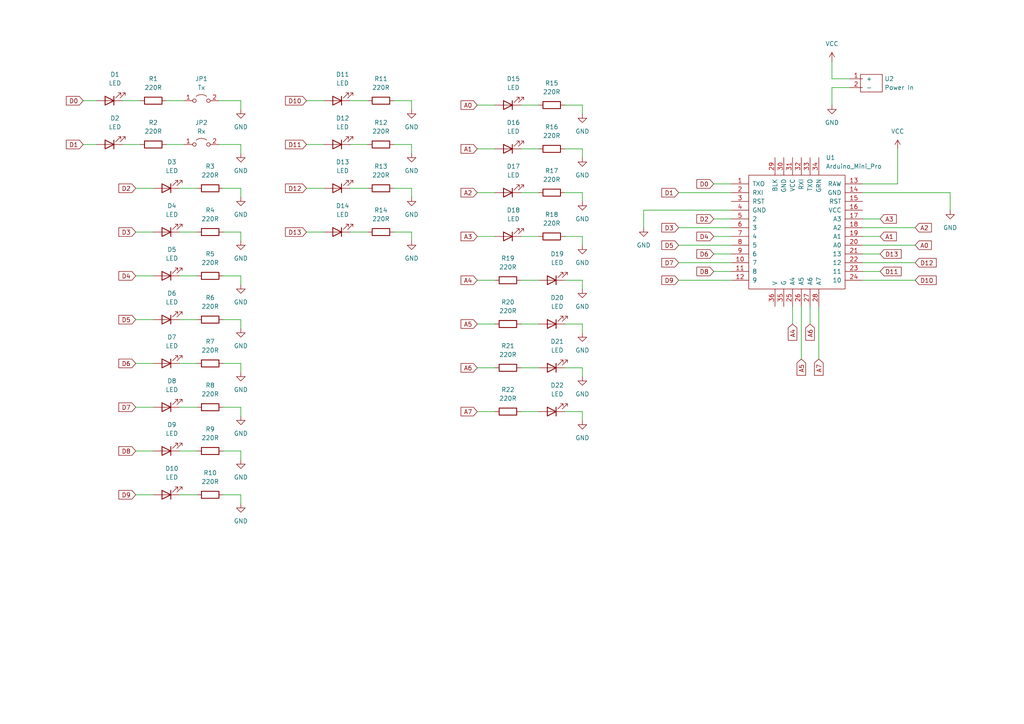
<source format=kicad_sch>
(kicad_sch (version 20211123) (generator eeschema)
  (paper "A4")
  (lib_symbols
    (symbol "Device:LED" (pin_numbers hide) (pin_names (offset 1.016) hide)
      (property "Reference" "D" (at 0 2.54 0))
      (property "Value" "LED" (at 0 -2.54 0))
      (symbol "LED_0_1"
        (polyline (pts (xy -1.27 -1.27) (xy -1.27 1.27)) (stroke (width 0.254)))
        (polyline (pts (xy -1.27 0) (xy 1.27 0)))
        (polyline (pts (xy 1.27 -1.27) (xy 1.27 1.27) (xy -1.27 0) (xy 1.27 -1.27)) (stroke (width 0.254)))
        (polyline (pts (xy -3.048 -0.762) (xy -4.572 -2.286) (xy -3.81 -2.286) (xy -4.572 -2.286) (xy -4.572 -1.524)))
        (polyline (pts (xy -1.778 -0.762) (xy -3.302 -2.286) (xy -2.54 -2.286) (xy -3.302 -2.286) (xy -3.302 -1.524)))
      )
      (symbol "LED_1_1"
        (pin passive line (at -3.81 0 0) (length 2.54) (name "K") (number "1"))
        (pin passive line (at 3.81 0 180) (length 2.54) (name "A") (number "2"))
      )
    )
    (symbol "Device:R" (pin_numbers hide) (pin_names (offset 0))
      (property "Reference" "R" (at 2.032 0 90))
      (property "Value" "R" (at 0 0 90))
      (symbol "R_0_1"
        (rectangle (start -1.016 -2.54) (end 1.016 2.54) (stroke (width 0.254)))
      )
      (symbol "R_1_1"
        (pin passive line (at 0 3.81 270) (length 1.27) (name "~") (number "1"))
        (pin passive line (at 0 -3.81 90) (length 1.27) (name "~") (number "2"))
      )
    )
    (symbol "Jumper:Jumper_2_Open" (pin_names (offset 0) hide)
      (property "Reference" "JP" (at 0 2.794 0))
      (property "Value" "Jumper_2_Open" (at 0 -2.286 0))
      (symbol "Jumper_2_Open_0_0"
        (circle (center -2.032 0) (radius 0.508))
        (circle (center 2.032 0) (radius 0.508))
      )
      (symbol "Jumper_2_Open_0_1"
        (arc (start 1.524 1.27) (mid 0 1.778) (end -1.524 1.27))
      )
      (symbol "Jumper_2_Open_1_1"
        (pin passive line (at -5.08 0 0) (length 2.54) (name "A") (number "1"))
        (pin passive line (at 5.08 0 180) (length 2.54) (name "B") (number "2"))
      )
    )
    (symbol "My_Arduino:Arduino_Mini_Pro" (pin_names (offset 1.016))
      (property "Reference" "U" (at 6.35 3.81 0))
      (property "Value" "Arduino_Mini_Pro" (at 1.27 7.62 0))
      (symbol "Arduino_Mini_Pro_0_1"
        (rectangle (start 5.08 2.54) (end 33.02 -30.48))
      )
      (symbol "Arduino_Mini_Pro_1_1"
        (pin output line (at 0 0 0) (length 5.08) (name "TXO") (number "1"))
        (pin bidirectional line (at 0 -22.86 0) (length 5.08) (name "7") (number "10"))
        (pin bidirectional line (at 0 -25.4 0) (length 5.08) (name "8") (number "11"))
        (pin bidirectional line (at 0 -27.94 0) (length 5.08) (name "9") (number "12"))
        (pin power_in line (at 38.1 0 180) (length 5.08) (name "RAW") (number "13"))
        (pin power_in line (at 38.1 -2.54 180) (length 5.08) (name "GND") (number "14"))
        (pin input line (at 38.1 -5.08 180) (length 5.08) (name "RST") (number "15"))
        (pin power_out line (at 38.1 -7.62 180) (length 5.08) (name "VCC") (number "16"))
        (pin bidirectional line (at 38.1 -10.16 180) (length 5.08) (name "A3") (number "17"))
        (pin bidirectional line (at 38.1 -12.7 180) (length 5.08) (name "A2") (number "18"))
        (pin bidirectional line (at 38.1 -15.24 180) (length 5.08) (name "A1") (number "19"))
        (pin input line (at 0 -2.54 0) (length 5.08) (name "RXI") (number "2"))
        (pin bidirectional line (at 38.1 -17.78 180) (length 5.08) (name "A0") (number "20"))
        (pin bidirectional line (at 38.1 -20.32 180) (length 5.08) (name "13") (number "21"))
        (pin bidirectional line (at 38.1 -22.86 180) (length 5.08) (name "12") (number "22"))
        (pin bidirectional line (at 38.1 -25.4 180) (length 5.08) (name "11") (number "23"))
        (pin bidirectional line (at 38.1 -27.94 180) (length 5.08) (name "10") (number "24"))
        (pin bidirectional line (at 17.78 -35.56 90) (length 5.08) (name "A4") (number "25"))
        (pin bidirectional line (at 20.32 -35.56 90) (length 5.08) (name "A5") (number "26"))
        (pin bidirectional line (at 22.86 -35.56 90) (length 5.08) (name "A6") (number "27"))
        (pin bidirectional line (at 25.4 -35.56 90) (length 5.08) (name "A7") (number "28"))
        (pin input line (at 12.7 7.62 270) (length 5.08) (name "BLK") (number "29"))
        (pin input line (at 0 -5.08 0) (length 5.08) (name "RST") (number "3"))
        (pin passive line (at 15.24 7.62 270) (length 5.08) (name "GND") (number "30"))
        (pin power_in line (at 17.78 7.62 270) (length 5.08) (name "VCC") (number "31"))
        (pin input line (at 20.32 7.62 270) (length 5.08) (name "RXI") (number "32"))
        (pin output line (at 22.86 7.62 270) (length 5.08) (name "TXO") (number "33"))
        (pin input line (at 25.4 7.62 270) (length 5.08) (name "GRN") (number "34"))
        (pin passive line (at 15.24 -35.56 90) (length 5.08) (name "G") (number "35"))
        (pin power_out line (at 12.7 -35.56 90) (length 5.08) (name "V") (number "36"))
        (pin passive line (at 0 -7.62 0) (length 5.08) (name "GND") (number "4"))
        (pin bidirectional line (at 0 -10.16 0) (length 5.08) (name "2") (number "5"))
        (pin bidirectional line (at 0 -12.7 0) (length 5.08) (name "3") (number "6"))
        (pin bidirectional line (at 0 -15.24 0) (length 5.08) (name "4") (number "7"))
        (pin bidirectional line (at 0 -17.78 0) (length 5.08) (name "5") (number "8"))
        (pin bidirectional line (at 0 -20.32 0) (length 5.08) (name "6") (number "9"))
      )
    )
    (symbol "My_Parts:2-pole_power_in_screw_terminal" (pin_names (offset 1.016))
      (property "Reference" "U" (at 4.445 3.175 0))
      (property "Value" "2-pole_power_in_screw_terminal" (at 6.35 -5.715 0))
      (symbol "2-pole_power_in_screw_terminal_0_1"
        (rectangle (start 3.175 1.27) (end 9.525 -3.81))
      )
      (symbol "2-pole_power_in_screw_terminal_1_1"
        (pin power_in line (at 0 0 0) (length 3.81) (name "+") (number "1"))
        (pin power_in line (at 0 -2.54 0) (length 3.81) (name "-") (number "2"))
      )
    )
    (symbol "power:GND" (power) (pin_names (offset 0))
      (property "Value" "GND" (at 0 -3.81 0))
      (symbol "GND_0_1"
        (polyline (pts (xy 0 0) (xy 0 -1.27) (xy 1.27 -1.27) (xy 0 -2.54) (xy -1.27 -1.27) (xy 0 -1.27)))
      )
      (symbol "GND_1_1"
        (pin power_in line (at 0 0 270) (length 0) hide (name "GND") (number "1"))
      )
    )
    (symbol "power:VCC" (power) (pin_names (offset 0))
      (property "Value" "VCC" (at 0 3.81 0))
      (symbol "VCC_0_1"
        (polyline (pts (xy -0.762 1.27) (xy 0 2.54)))
        (polyline (pts (xy 0 0) (xy 0 2.54)))
        (polyline (pts (xy 0 2.54) (xy 0.762 1.27)))
      )
      (symbol "VCC_1_1"
        (pin power_in line (at 0 0 90) (length 0) hide (name "VCC") (number "1"))
      )
    )
  )
  (wire (pts (xy 250.19 73.66) (xy 255.27 73.66)))
  (wire (pts (xy 196.85 66.04) (xy 212.09 66.04)))
  (wire (pts (xy 69.85 133.35) (xy 69.85 130.81)))
  (wire (pts (xy 24.13 29.21) (xy 27.94 29.21)))
  (wire (pts (xy 168.91 71.12) (xy 168.91 68.58)))
  (wire (pts (xy 138.43 55.88) (xy 143.51 55.88)))
  (wire (pts (xy 237.49 88.9) (xy 237.49 104.14)))
  (wire (pts (xy 101.6 54.61) (xy 106.68 54.61)))
  (wire (pts (xy 138.43 43.18) (xy 143.51 43.18)))
  (wire (pts (xy 151.13 93.98) (xy 156.21 93.98)))
  (wire (pts (xy 168.91 109.22) (xy 168.91 106.68)))
  (wire (pts (xy 52.07 92.71) (xy 57.15 92.71)))
  (wire (pts (xy 119.38 41.91) (xy 114.3 41.91)))
  (wire (pts (xy 207.01 73.66) (xy 212.09 73.66)))
  (wire (pts (xy 52.07 67.31) (xy 57.15 67.31)))
  (wire (pts (xy 241.3 25.4) (xy 241.3 30.48)))
  (wire (pts (xy 168.91 81.28) (xy 163.83 81.28)))
  (wire (pts (xy 250.19 76.2) (xy 265.43 76.2)))
  (wire (pts (xy 241.3 22.86) (xy 241.3 17.78)))
  (wire (pts (xy 69.85 92.71) (xy 64.77 92.71)))
  (wire (pts (xy 119.38 29.21) (xy 114.3 29.21)))
  (wire (pts (xy 52.07 130.81) (xy 57.15 130.81)))
  (wire (pts (xy 207.01 68.58) (xy 212.09 68.58)))
  (wire (pts (xy 35.56 41.91) (xy 40.64 41.91)))
  (wire (pts (xy 250.19 66.04) (xy 265.43 66.04)))
  (wire (pts (xy 168.91 119.38) (xy 163.83 119.38)))
  (wire (pts (xy 52.07 143.51) (xy 57.15 143.51)))
  (wire (pts (xy 151.13 119.38) (xy 156.21 119.38)))
  (wire (pts (xy 39.37 130.81) (xy 44.45 130.81)))
  (wire (pts (xy 168.91 30.48) (xy 163.83 30.48)))
  (wire (pts (xy 119.38 57.15) (xy 119.38 54.61)))
  (wire (pts (xy 69.85 44.45) (xy 69.85 41.91)))
  (wire (pts (xy 69.85 143.51) (xy 64.77 143.51)))
  (wire (pts (xy 196.85 76.2) (xy 212.09 76.2)))
  (wire (pts (xy 168.91 93.98) (xy 163.83 93.98)))
  (wire (pts (xy 69.85 146.05) (xy 69.85 143.51)))
  (wire (pts (xy 246.38 22.86) (xy 241.3 22.86)))
  (wire (pts (xy 168.91 96.52) (xy 168.91 93.98)))
  (wire (pts (xy 207.01 78.74) (xy 212.09 78.74)))
  (wire (pts (xy 196.85 55.88) (xy 212.09 55.88)))
  (wire (pts (xy 69.85 95.25) (xy 69.85 92.71)))
  (wire (pts (xy 48.26 41.91) (xy 53.34 41.91)))
  (wire (pts (xy 119.38 69.85) (xy 119.38 67.31)))
  (wire (pts (xy 39.37 67.31) (xy 44.45 67.31)))
  (wire (pts (xy 168.91 55.88) (xy 163.83 55.88)))
  (wire (pts (xy 88.9 29.21) (xy 93.98 29.21)))
  (wire (pts (xy 24.13 41.91) (xy 27.94 41.91)))
  (wire (pts (xy 69.85 67.31) (xy 64.77 67.31)))
  (wire (pts (xy 138.43 106.68) (xy 143.51 106.68)))
  (wire (pts (xy 138.43 81.28) (xy 143.51 81.28)))
  (wire (pts (xy 250.19 78.74) (xy 255.27 78.74)))
  (wire (pts (xy 52.07 105.41) (xy 57.15 105.41)))
  (wire (pts (xy 119.38 44.45) (xy 119.38 41.91)))
  (wire (pts (xy 69.85 105.41) (xy 64.77 105.41)))
  (wire (pts (xy 168.91 58.42) (xy 168.91 55.88)))
  (wire (pts (xy 88.9 41.91) (xy 93.98 41.91)))
  (wire (pts (xy 168.91 106.68) (xy 163.83 106.68)))
  (wire (pts (xy 52.07 118.11) (xy 57.15 118.11)))
  (wire (pts (xy 250.19 68.58) (xy 255.27 68.58)))
  (wire (pts (xy 151.13 30.48) (xy 156.21 30.48)))
  (wire (pts (xy 119.38 67.31) (xy 114.3 67.31)))
  (wire (pts (xy 69.85 82.55) (xy 69.85 80.01)))
  (wire (pts (xy 151.13 106.68) (xy 156.21 106.68)))
  (wire (pts (xy 69.85 120.65) (xy 69.85 118.11)))
  (wire (pts (xy 151.13 81.28) (xy 156.21 81.28)))
  (wire (pts (xy 168.91 43.18) (xy 163.83 43.18)))
  (wire (pts (xy 138.43 119.38) (xy 143.51 119.38)))
  (wire (pts (xy 250.19 81.28) (xy 265.43 81.28)))
  (wire (pts (xy 207.01 63.5) (xy 212.09 63.5)))
  (wire (pts (xy 186.69 60.96) (xy 186.69 66.04)))
  (wire (pts (xy 63.5 29.21) (xy 69.85 29.21)))
  (wire (pts (xy 212.09 60.96) (xy 186.69 60.96)))
  (wire (pts (xy 48.26 29.21) (xy 53.34 29.21)))
  (wire (pts (xy 52.07 80.01) (xy 57.15 80.01)))
  (wire (pts (xy 232.41 88.9) (xy 232.41 104.14)))
  (wire (pts (xy 275.59 55.88) (xy 275.59 60.96)))
  (wire (pts (xy 69.85 107.95) (xy 69.85 105.41)))
  (wire (pts (xy 250.19 53.34) (xy 260.35 53.34)))
  (wire (pts (xy 138.43 93.98) (xy 143.51 93.98)))
  (wire (pts (xy 39.37 143.51) (xy 44.45 143.51)))
  (wire (pts (xy 69.85 54.61) (xy 64.77 54.61)))
  (wire (pts (xy 39.37 54.61) (xy 44.45 54.61)))
  (wire (pts (xy 39.37 80.01) (xy 44.45 80.01)))
  (wire (pts (xy 101.6 41.91) (xy 106.68 41.91)))
  (wire (pts (xy 101.6 29.21) (xy 106.68 29.21)))
  (wire (pts (xy 63.5 41.91) (xy 69.85 41.91)))
  (wire (pts (xy 151.13 43.18) (xy 156.21 43.18)))
  (wire (pts (xy 35.56 29.21) (xy 40.64 29.21)))
  (wire (pts (xy 196.85 81.28) (xy 212.09 81.28)))
  (wire (pts (xy 196.85 71.12) (xy 212.09 71.12)))
  (wire (pts (xy 119.38 31.75) (xy 119.38 29.21)))
  (wire (pts (xy 168.91 121.92) (xy 168.91 119.38)))
  (wire (pts (xy 151.13 55.88) (xy 156.21 55.88)))
  (wire (pts (xy 39.37 105.41) (xy 44.45 105.41)))
  (wire (pts (xy 52.07 54.61) (xy 57.15 54.61)))
  (wire (pts (xy 69.85 80.01) (xy 64.77 80.01)))
  (wire (pts (xy 119.38 54.61) (xy 114.3 54.61)))
  (wire (pts (xy 207.01 53.34) (xy 212.09 53.34)))
  (wire (pts (xy 69.85 69.85) (xy 69.85 67.31)))
  (wire (pts (xy 69.85 130.81) (xy 64.77 130.81)))
  (wire (pts (xy 69.85 57.15) (xy 69.85 54.61)))
  (wire (pts (xy 138.43 68.58) (xy 143.51 68.58)))
  (wire (pts (xy 101.6 67.31) (xy 106.68 67.31)))
  (wire (pts (xy 168.91 33.02) (xy 168.91 30.48)))
  (wire (pts (xy 151.13 68.58) (xy 156.21 68.58)))
  (wire (pts (xy 138.43 30.48) (xy 143.51 30.48)))
  (wire (pts (xy 250.19 63.5) (xy 255.27 63.5)))
  (wire (pts (xy 88.9 67.31) (xy 93.98 67.31)))
  (wire (pts (xy 246.38 25.4) (xy 241.3 25.4)))
  (wire (pts (xy 234.95 88.9) (xy 234.95 93.98)))
  (wire (pts (xy 229.87 88.9) (xy 229.87 93.98)))
  (wire (pts (xy 250.19 71.12) (xy 265.43 71.12)))
  (wire (pts (xy 250.19 55.88) (xy 275.59 55.88)))
  (wire (pts (xy 260.35 53.34) (xy 260.35 43.18)))
  (wire (pts (xy 69.85 31.75) (xy 69.85 29.21)))
  (wire (pts (xy 168.91 45.72) (xy 168.91 43.18)))
  (wire (pts (xy 39.37 118.11) (xy 44.45 118.11)))
  (wire (pts (xy 39.37 92.71) (xy 44.45 92.71)))
  (wire (pts (xy 88.9 54.61) (xy 93.98 54.61)))
  (wire (pts (xy 168.91 68.58) (xy 163.83 68.58)))
  (wire (pts (xy 168.91 83.82) (xy 168.91 81.28)))
  (wire (pts (xy 69.85 118.11) (xy 64.77 118.11)))
  (global_label "D9" (shape input) (at 39.37 143.51 180) (property "Intersheet References" "${INTERSHEET_REFS}" (effects hide)))
  (global_label "A1" (shape input) (at 255.27 68.58 0) (property "Intersheet References" "${INTERSHEET_REFS}" (effects hide)))
  (global_label "D6" (shape input) (at 39.37 105.41 180) (property "Intersheet References" "${INTERSHEET_REFS}" (effects hide)))
  (global_label "D6" (shape input) (at 207.01 73.66 180) (property "Intersheet References" "${INTERSHEET_REFS}" (effects hide)))
  (global_label "D11" (shape input) (at 255.27 78.74 0) (property "Intersheet References" "${INTERSHEET_REFS}" (effects hide)))
  (global_label "D13" (shape input) (at 88.9 67.31 180) (property "Intersheet References" "${INTERSHEET_REFS}" (effects hide)))
  (global_label "A3" (shape input) (at 255.27 63.5 0) (property "Intersheet References" "${INTERSHEET_REFS}" (effects hide)))
  (global_label "D10" (shape input) (at 265.43 81.28 0) (property "Intersheet References" "${INTERSHEET_REFS}" (effects hide)))
  (global_label "A4" (shape input) (at 138.43 81.28 180) (property "Intersheet References" "${INTERSHEET_REFS}" (effects hide)))
  (global_label "D9" (shape input) (at 196.85 81.28 180) (property "Intersheet References" "${INTERSHEET_REFS}" (effects hide)))
  (global_label "A4" (shape input) (at 229.87 93.98 270) (property "Intersheet References" "${INTERSHEET_REFS}" (effects hide)))
  (global_label "A2" (shape input) (at 138.43 55.88 180) (property "Intersheet References" "${INTERSHEET_REFS}" (effects hide)))
  (global_label "D11" (shape input) (at 88.9 41.91 180) (property "Intersheet References" "${INTERSHEET_REFS}" (effects hide)))
  (global_label "D12" (shape input) (at 265.43 76.2 0) (property "Intersheet References" "${INTERSHEET_REFS}" (effects hide)))
  (global_label "D3" (shape input) (at 196.85 66.04 180) (property "Intersheet References" "${INTERSHEET_REFS}" (effects hide)))
  (global_label "A0" (shape input) (at 138.43 30.48 180) (property "Intersheet References" "${INTERSHEET_REFS}" (effects hide)))
  (global_label "D10" (shape input) (at 88.9 29.21 180) (property "Intersheet References" "${INTERSHEET_REFS}" (effects hide)))
  (global_label "D2" (shape input) (at 39.37 54.61 180) (property "Intersheet References" "${INTERSHEET_REFS}" (effects hide)))
  (global_label "D13" (shape input) (at 255.27 73.66 0) (property "Intersheet References" "${INTERSHEET_REFS}" (effects hide)))
  (global_label "D3" (shape input) (at 39.37 67.31 180) (property "Intersheet References" "${INTERSHEET_REFS}" (effects hide)))
  (global_label "A3" (shape input) (at 138.43 68.58 180) (property "Intersheet References" "${INTERSHEET_REFS}" (effects hide)))
  (global_label "A6" (shape input) (at 138.43 106.68 180) (property "Intersheet References" "${INTERSHEET_REFS}" (effects hide)))
  (global_label "A5" (shape input) (at 138.43 93.98 180) (property "Intersheet References" "${INTERSHEET_REFS}" (effects hide)))
  (global_label "D1" (shape input) (at 24.13 41.91 180) (property "Intersheet References" "${INTERSHEET_REFS}" (effects hide)))
  (global_label "D7" (shape input) (at 39.37 118.11 180) (property "Intersheet References" "${INTERSHEET_REFS}" (effects hide)))
  (global_label "A7" (shape input) (at 138.43 119.38 180) (property "Intersheet References" "${INTERSHEET_REFS}" (effects hide)))
  (global_label "D1" (shape input) (at 196.85 55.88 180) (property "Intersheet References" "${INTERSHEET_REFS}" (effects hide)))
  (global_label "A7" (shape input) (at 237.49 104.14 270) (property "Intersheet References" "${INTERSHEET_REFS}" (effects hide)))
  (global_label "A0" (shape input) (at 265.43 71.12 0) (property "Intersheet References" "${INTERSHEET_REFS}" (effects hide)))
  (global_label "D5" (shape input) (at 196.85 71.12 180) (property "Intersheet References" "${INTERSHEET_REFS}" (effects hide)))
  (global_label "D7" (shape input) (at 196.85 76.2 180) (property "Intersheet References" "${INTERSHEET_REFS}" (effects hide)))
  (global_label "A6" (shape input) (at 234.95 93.98 270) (property "Intersheet References" "${INTERSHEET_REFS}" (effects hide)))
  (global_label "D2" (shape input) (at 207.01 63.5 180) (property "Intersheet References" "${INTERSHEET_REFS}" (effects hide)))
  (global_label "D5" (shape input) (at 39.37 92.71 180) (property "Intersheet References" "${INTERSHEET_REFS}" (effects hide)))
  (global_label "A5" (shape input) (at 232.41 104.14 270) (property "Intersheet References" "${INTERSHEET_REFS}" (effects hide)))
  (global_label "D4" (shape input) (at 207.01 68.58 180) (property "Intersheet References" "${INTERSHEET_REFS}" (effects hide)))
  (global_label "D0" (shape input) (at 24.13 29.21 180) (property "Intersheet References" "${INTERSHEET_REFS}" (effects hide)))
  (global_label "D4" (shape input) (at 39.37 80.01 180) (property "Intersheet References" "${INTERSHEET_REFS}" (effects hide)))
  (global_label "A2" (shape input) (at 265.43 66.04 0) (property "Intersheet References" "${INTERSHEET_REFS}" (effects hide)))
  (global_label "D0" (shape input) (at 207.01 53.34 180) (property "Intersheet References" "${INTERSHEET_REFS}" (effects hide)))
  (global_label "D8" (shape input) (at 207.01 78.74 180) (property "Intersheet References" "${INTERSHEET_REFS}" (effects hide)))
  (global_label "D8" (shape input) (at 39.37 130.81 180) (property "Intersheet References" "${INTERSHEET_REFS}" (effects hide)))
  (global_label "D12" (shape input) (at 88.9 54.61 180) (property "Intersheet References" "${INTERSHEET_REFS}" (effects hide)))
  (global_label "A1" (shape input) (at 138.43 43.18 180) (property "Intersheet References" "${INTERSHEET_REFS}" (effects hide)))
  (symbol (lib_id "Device:R") (at 160.02 55.88 90) (unit 1)
    (property "Reference" "R17" (at 160.02 49.53 90))
    (property "Value" "220R" (at 160.02 52.07 90))
    (property "Footprint" "My_Misc:R_Axial_DIN0207_L6.3mm_D2.5mm_P10.16mm_Horizontal_larger_pads" (effects hide))
  )
  (symbol (lib_id "Device:R") (at 160.02 43.18 90) (unit 1)
    (property "Reference" "R16" (at 160.02 36.83 90))
    (property "Value" "220R" (at 160.02 39.37 90))
    (property "Footprint" "My_Misc:R_Axial_DIN0207_L6.3mm_D2.5mm_P10.16mm_Horizontal_larger_pads" (effects hide))
  )
  (symbol (lib_id "Device:R") (at 110.49 29.21 90) (unit 1)
    (property "Reference" "R11" (at 110.49 22.86 90))
    (property "Value" "220R" (at 110.49 25.4 90))
    (property "Footprint" "My_Misc:R_Axial_DIN0207_L6.3mm_D2.5mm_P10.16mm_Horizontal_larger_pads" (effects hide))
  )
  (symbol (lib_id "power:GND") (at 119.38 44.45 0) (unit 1)
    (property "Reference" "#PWR0116" (effects hide))
    (property "Value" "GND" (at 119.38 49.53 0))
  )
  (symbol (lib_id "Device:R") (at 60.96 54.61 90) (unit 1)
    (property "Reference" "R3" (at 60.96 48.26 90))
    (property "Value" "220R" (at 60.96 50.8 90))
    (property "Footprint" "My_Misc:R_Axial_DIN0207_L6.3mm_D2.5mm_P10.16mm_Horizontal_larger_pads" (effects hide))
  )
  (symbol (lib_id "power:GND") (at 69.85 146.05 0) (unit 1)
    (property "Reference" "#PWR0102" (effects hide))
    (property "Value" "GND" (at 69.85 151.13 0))
  )
  (symbol (lib_id "Device:LED") (at 48.26 92.71 180) (unit 1)
    (property "Reference" "D6" (at 49.8475 85.09 0))
    (property "Value" "LED" (at 49.8475 87.63 0))
    (property "Footprint" "My_Misc:LED_D5.0mm_large" (effects hide))
  )
  (symbol (lib_id "Device:LED") (at 147.32 43.18 180) (unit 1)
    (property "Reference" "D16" (at 148.9075 35.56 0))
    (property "Value" "LED" (at 148.9075 38.1 0))
    (property "Footprint" "My_Misc:LED_D5.0mm_large" (effects hide))
  )
  (symbol (lib_id "power:GND") (at 168.91 33.02 0) (unit 1)
    (property "Reference" "#PWR0121" (effects hide))
    (property "Value" "GND" (at 168.91 38.1 0))
  )
  (symbol (lib_id "Device:LED") (at 160.02 106.68 180) (unit 1)
    (property "Reference" "D21" (at 161.6075 99.06 0))
    (property "Value" "LED" (at 161.6075 101.6 0))
    (property "Footprint" "My_Misc:LED_D5.0mm_large" (effects hide))
  )
  (symbol (lib_id "Device:R") (at 44.45 29.21 90) (unit 1)
    (property "Reference" "R1" (at 44.45 22.86 90))
    (property "Value" "220R" (at 44.45 25.4 90))
    (property "Footprint" "My_Misc:R_Axial_DIN0207_L6.3mm_D2.5mm_P10.16mm_Horizontal_larger_pads" (effects hide))
  )
  (symbol (lib_id "Jumper:Jumper_2_Open") (at 58.42 41.91 0) (unit 1)
    (property "Reference" "JP2" (at 58.42 35.56 0))
    (property "Value" "Rx" (at 58.42 38.1 0))
    (property "Footprint" "My_Parts:Jumper_1x02_P2.54mm_large" (effects hide))
  )
  (symbol (lib_id "Device:LED") (at 147.32 30.48 180) (unit 1)
    (property "Reference" "D15" (at 148.9075 22.86 0))
    (property "Value" "LED" (at 148.9075 25.4 0))
    (property "Footprint" "My_Misc:LED_D5.0mm_large" (effects hide))
  )
  (symbol (lib_id "Device:LED") (at 147.32 68.58 180) (unit 1)
    (property "Reference" "D18" (at 148.9075 60.96 0))
    (property "Value" "LED" (at 148.9075 63.5 0))
    (property "Footprint" "My_Misc:LED_D5.0mm_large" (effects hide))
  )
  (symbol (lib_id "Device:R") (at 60.96 118.11 90) (unit 1)
    (property "Reference" "R8" (at 60.96 111.76 90))
    (property "Value" "220R" (at 60.96 114.3 90))
    (property "Footprint" "My_Misc:R_Axial_DIN0207_L6.3mm_D2.5mm_P10.16mm_Horizontal_larger_pads" (effects hide))
  )
  (symbol (lib_id "Device:LED") (at 48.26 80.01 180) (unit 1)
    (property "Reference" "D5" (at 49.8475 72.39 0))
    (property "Value" "LED" (at 49.8475 74.93 0))
    (property "Footprint" "My_Misc:LED_D5.0mm_large" (effects hide))
  )
  (symbol (lib_id "power:GND") (at 69.85 107.95 0) (unit 1)
    (property "Reference" "#PWR0105" (effects hide))
    (property "Value" "GND" (at 69.85 113.03 0))
  )
  (symbol (lib_id "Device:R") (at 60.96 130.81 90) (unit 1)
    (property "Reference" "R9" (at 60.96 124.46 90))
    (property "Value" "220R" (at 60.96 127 90))
    (property "Footprint" "My_Misc:R_Axial_DIN0207_L6.3mm_D2.5mm_P10.16mm_Horizontal_larger_pads" (effects hide))
  )
  (symbol (lib_id "power:GND") (at 69.85 133.35 0) (unit 1)
    (property "Reference" "#PWR0101" (effects hide))
    (property "Value" "GND" (at 69.85 138.43 0))
  )
  (symbol (lib_id "Device:R") (at 160.02 68.58 90) (unit 1)
    (property "Reference" "R18" (at 160.02 62.23 90))
    (property "Value" "220R" (at 160.02 64.77 90))
    (property "Footprint" "My_Misc:R_Axial_DIN0207_L6.3mm_D2.5mm_P10.16mm_Horizontal_larger_pads" (effects hide))
  )
  (symbol (lib_id "power:GND") (at 69.85 31.75 0) (unit 1)
    (property "Reference" "#PWR0107" (effects hide))
    (property "Value" "GND" (at 69.85 36.83 0))
  )
  (symbol (lib_id "Device:LED") (at 31.75 29.21 180) (unit 1)
    (property "Reference" "D1" (at 33.3375 21.59 0))
    (property "Value" "LED" (at 33.3375 24.13 0))
    (property "Footprint" "My_Misc:LED_D5.0mm_large" (effects hide))
  )
  (symbol (lib_id "Device:R") (at 147.32 119.38 90) (unit 1)
    (property "Reference" "R22" (at 147.32 113.03 90))
    (property "Value" "220R" (at 147.32 115.57 90))
    (property "Footprint" "My_Misc:R_Axial_DIN0207_L6.3mm_D2.5mm_P10.16mm_Horizontal_larger_pads" (effects hide))
  )
  (symbol (lib_id "power:GND") (at 186.69 66.04 0) (unit 1)
    (property "Reference" "#PWR0123" (effects hide))
    (property "Value" "GND" (at 186.69 71.12 0))
  )
  (symbol (lib_id "Device:R") (at 60.96 80.01 90) (unit 1)
    (property "Reference" "R5" (at 60.96 73.66 90))
    (property "Value" "220R" (at 60.96 76.2 90))
    (property "Footprint" "My_Misc:R_Axial_DIN0207_L6.3mm_D2.5mm_P10.16mm_Horizontal_larger_pads" (effects hide))
  )
  (symbol (lib_id "Device:R") (at 147.32 81.28 90) (unit 1)
    (property "Reference" "R19" (at 147.32 74.93 90))
    (property "Value" "220R" (at 147.32 77.47 90))
    (property "Footprint" "My_Misc:R_Axial_DIN0207_L6.3mm_D2.5mm_P10.16mm_Horizontal_larger_pads" (effects hide))
  )
  (symbol (lib_id "Device:LED") (at 31.75 41.91 180) (unit 1)
    (property "Reference" "D2" (at 33.3375 34.29 0))
    (property "Value" "LED" (at 33.3375 36.83 0))
    (property "Footprint" "My_Misc:LED_D5.0mm_large" (effects hide))
  )
  (symbol (lib_id "power:VCC") (at 241.3 17.78 0) (unit 1)
    (property "Reference" "#PWR0127" (effects hide))
    (property "Value" "VCC" (at 241.3 12.7 0))
  )
  (symbol (lib_id "Device:LED") (at 97.79 29.21 180) (unit 1)
    (property "Reference" "D11" (at 99.3775 21.59 0))
    (property "Value" "LED" (at 99.3775 24.13 0))
    (property "Footprint" "My_Misc:LED_D5.0mm_large" (effects hide))
  )
  (symbol (lib_id "Device:LED") (at 48.26 130.81 180) (unit 1)
    (property "Reference" "D9" (at 49.8475 123.19 0))
    (property "Value" "LED" (at 49.8475 125.73 0))
    (property "Footprint" "My_Misc:LED_D5.0mm_large" (effects hide))
  )
  (symbol (lib_id "Device:R") (at 147.32 106.68 90) (unit 1)
    (property "Reference" "R21" (at 147.32 100.33 90))
    (property "Value" "220R" (at 147.32 102.87 90))
    (property "Footprint" "My_Misc:R_Axial_DIN0207_L6.3mm_D2.5mm_P10.16mm_Horizontal_larger_pads" (effects hide))
  )
  (symbol (lib_id "power:GND") (at 69.85 44.45 0) (unit 1)
    (property "Reference" "#PWR0109" (effects hide))
    (property "Value" "GND" (at 69.85 49.53 0))
  )
  (symbol (lib_id "Device:LED") (at 48.26 54.61 180) (unit 1)
    (property "Reference" "D3" (at 49.8475 46.99 0))
    (property "Value" "LED" (at 49.8475 49.53 0))
    (property "Footprint" "My_Misc:LED_D5.0mm_large" (effects hide))
  )
  (symbol (lib_id "power:GND") (at 69.85 82.55 0) (unit 1)
    (property "Reference" "#PWR0103" (effects hide))
    (property "Value" "GND" (at 69.85 87.63 0))
  )
  (symbol (lib_id "Device:LED") (at 160.02 93.98 180) (unit 1)
    (property "Reference" "D20" (at 161.6075 86.36 0))
    (property "Value" "LED" (at 161.6075 88.9 0))
    (property "Footprint" "My_Misc:LED_D5.0mm_large" (effects hide))
  )
  (symbol (lib_id "power:VCC") (at 260.35 43.18 0) (unit 1)
    (property "Reference" "#PWR0125" (effects hide))
    (property "Value" "VCC" (at 260.35 38.1 0))
  )
  (symbol (lib_id "Device:LED") (at 160.02 119.38 180) (unit 1)
    (property "Reference" "D22" (at 161.6075 111.76 0))
    (property "Value" "LED" (at 161.6075 114.3 0))
    (property "Footprint" "My_Misc:LED_D5.0mm_large" (effects hide))
  )
  (symbol (lib_id "power:GND") (at 241.3 30.48 0) (unit 1)
    (property "Reference" "#PWR0126" (effects hide))
    (property "Value" "GND" (at 241.3 35.56 0))
  )
  (symbol (lib_id "power:GND") (at 168.91 83.82 0) (unit 1)
    (property "Reference" "#PWR0113" (effects hide))
    (property "Value" "GND" (at 168.91 88.9 0))
  )
  (symbol (lib_id "My_Arduino:Arduino_Mini_Pro") (at 212.09 53.34 0) (unit 1)
    (property "Reference" "U1" (at 239.5094 45.72 0) (effects (justify left)))
    (property "Value" "Arduino_Mini_Pro" (at 239.5094 48.26 0) (effects (justify left)))
    (property "Footprint" "My_Arduino:Arduino_Pro_Mini_vC_no-progr-large" (effects hide))
  )
  (symbol (lib_id "Device:R") (at 60.96 143.51 90) (unit 1)
    (property "Reference" "R10" (at 60.96 137.16 90))
    (property "Value" "220R" (at 60.96 139.7 90))
    (property "Footprint" "My_Misc:R_Axial_DIN0207_L6.3mm_D2.5mm_P10.16mm_Horizontal_larger_pads" (effects hide))
  )
  (symbol (lib_id "Device:R") (at 160.02 30.48 90) (unit 1)
    (property "Reference" "R15" (at 160.02 24.13 90))
    (property "Value" "220R" (at 160.02 26.67 90))
    (property "Footprint" "My_Misc:R_Axial_DIN0207_L6.3mm_D2.5mm_P10.16mm_Horizontal_larger_pads" (effects hide))
  )
  (symbol (lib_id "power:GND") (at 69.85 69.85 0) (unit 1)
    (property "Reference" "#PWR0108" (effects hide))
    (property "Value" "GND" (at 69.85 74.93 0))
  )
  (symbol (lib_id "Jumper:Jumper_2_Open") (at 58.42 29.21 0) (unit 1)
    (property "Reference" "JP1" (at 58.42 22.86 0))
    (property "Value" "Tx" (at 58.42 25.4 0))
    (property "Footprint" "My_Parts:Jumper_1x02_P2.54mm_large" (effects hide))
  )
  (symbol (lib_id "Device:R") (at 60.96 92.71 90) (unit 1)
    (property "Reference" "R6" (at 60.96 86.36 90))
    (property "Value" "220R" (at 60.96 88.9 90))
    (property "Footprint" "My_Misc:R_Axial_DIN0207_L6.3mm_D2.5mm_P10.16mm_Horizontal_larger_pads" (effects hide))
  )
  (symbol (lib_id "Device:LED") (at 48.26 143.51 180) (unit 1)
    (property "Reference" "D10" (at 49.8475 135.89 0))
    (property "Value" "LED" (at 49.8475 138.43 0))
    (property "Footprint" "My_Misc:LED_D5.0mm_large" (effects hide))
  )
  (symbol (lib_id "power:GND") (at 168.91 58.42 0) (unit 1)
    (property "Reference" "#PWR0122" (effects hide))
    (property "Value" "GND" (at 168.91 63.5 0))
  )
  (symbol (lib_id "Device:LED") (at 160.02 81.28 180) (unit 1)
    (property "Reference" "D19" (at 161.6075 73.66 0))
    (property "Value" "LED" (at 161.6075 76.2 0))
    (property "Footprint" "My_Misc:LED_D5.0mm_large" (effects hide))
  )
  (symbol (lib_id "Device:R") (at 110.49 41.91 90) (unit 1)
    (property "Reference" "R12" (at 110.49 35.56 90))
    (property "Value" "220R" (at 110.49 38.1 90))
    (property "Footprint" "My_Misc:R_Axial_DIN0207_L6.3mm_D2.5mm_P10.16mm_Horizontal_larger_pads" (effects hide))
  )
  (symbol (lib_id "Device:LED") (at 97.79 67.31 180) (unit 1)
    (property "Reference" "D14" (at 99.3775 59.69 0))
    (property "Value" "LED" (at 99.3775 62.23 0))
    (property "Footprint" "My_Misc:LED_D5.0mm_large" (effects hide))
  )
  (symbol (lib_id "power:GND") (at 119.38 31.75 0) (unit 1)
    (property "Reference" "#PWR0117" (effects hide))
    (property "Value" "GND" (at 119.38 36.83 0))
  )
  (symbol (lib_id "power:GND") (at 168.91 121.92 0) (unit 1)
    (property "Reference" "#PWR0114" (effects hide))
    (property "Value" "GND" (at 168.91 127 0))
  )
  (symbol (lib_id "power:GND") (at 168.91 96.52 0) (unit 1)
    (property "Reference" "#PWR0112" (effects hide))
    (property "Value" "GND" (at 168.91 101.6 0))
  )
  (symbol (lib_id "My_Parts:2-pole_power_in_screw_terminal") (at 246.38 22.86 0) (unit 1)
    (property "Reference" "U2" (at 256.54 22.8599 0) (effects (justify left)))
    (property "Value" "Power In" (at 256.54 25.3999 0) (effects (justify left)))
    (property "Footprint" "My_Parts:2-pole_power_in_screw_terminal" (effects hide))
  )
  (symbol (lib_id "Device:LED") (at 97.79 54.61 180) (unit 1)
    (property "Reference" "D13" (at 99.3775 46.99 0))
    (property "Value" "LED" (at 99.3775 49.53 0))
    (property "Footprint" "My_Misc:LED_D5.0mm_large" (effects hide))
  )
  (symbol (lib_id "Device:LED") (at 48.26 67.31 180) (unit 1)
    (property "Reference" "D4" (at 49.8475 59.69 0))
    (property "Value" "LED" (at 49.8475 62.23 0))
    (property "Footprint" "My_Misc:LED_D5.0mm_large" (effects hide))
  )
  (symbol (lib_id "power:GND") (at 119.38 57.15 0) (unit 1)
    (property "Reference" "#PWR0115" (effects hide))
    (property "Value" "GND" (at 119.38 62.23 0))
  )
  (symbol (lib_id "Device:LED") (at 48.26 118.11 180) (unit 1)
    (property "Reference" "D8" (at 49.8475 110.49 0))
    (property "Value" "LED" (at 49.8475 113.03 0))
    (property "Footprint" "My_Misc:LED_D5.0mm_large" (effects hide))
  )
  (symbol (lib_id "power:GND") (at 69.85 95.25 0) (unit 1)
    (property "Reference" "#PWR0104" (effects hide))
    (property "Value" "GND" (at 69.85 100.33 0))
  )
  (symbol (lib_id "Device:LED") (at 48.26 105.41 180) (unit 1)
    (property "Reference" "D7" (at 49.8475 97.79 0))
    (property "Value" "LED" (at 49.8475 100.33 0))
    (property "Footprint" "My_Misc:LED_D5.0mm_large" (effects hide))
  )
  (symbol (lib_id "Device:R") (at 110.49 54.61 90) (unit 1)
    (property "Reference" "R13" (at 110.49 48.26 90))
    (property "Value" "220R" (at 110.49 50.8 90))
    (property "Footprint" "My_Misc:R_Axial_DIN0207_L6.3mm_D2.5mm_P10.16mm_Horizontal_larger_pads" (effects hide))
  )
  (symbol (lib_id "power:GND") (at 69.85 120.65 0) (unit 1)
    (property "Reference" "#PWR0106" (effects hide))
    (property "Value" "GND" (at 69.85 125.73 0))
  )
  (symbol (lib_id "Device:R") (at 110.49 67.31 90) (unit 1)
    (property "Reference" "R14" (at 110.49 60.96 90))
    (property "Value" "220R" (at 110.49 63.5 90))
    (property "Footprint" "My_Misc:R_Axial_DIN0207_L6.3mm_D2.5mm_P10.16mm_Horizontal_larger_pads" (effects hide))
  )
  (symbol (lib_id "Device:LED") (at 147.32 55.88 180) (unit 1)
    (property "Reference" "D17" (at 148.9075 48.26 0))
    (property "Value" "LED" (at 148.9075 50.8 0))
    (property "Footprint" "My_Misc:LED_D5.0mm_large" (effects hide))
  )
  (symbol (lib_id "Device:R") (at 60.96 67.31 90) (unit 1)
    (property "Reference" "R4" (at 60.96 60.96 90))
    (property "Value" "220R" (at 60.96 63.5 90))
    (property "Footprint" "My_Misc:R_Axial_DIN0207_L6.3mm_D2.5mm_P10.16mm_Horizontal_larger_pads" (effects hide))
  )
  (symbol (lib_id "Device:R") (at 60.96 105.41 90) (unit 1)
    (property "Reference" "R7" (at 60.96 99.06 90))
    (property "Value" "220R" (at 60.96 101.6 90))
    (property "Footprint" "My_Misc:R_Axial_DIN0207_L6.3mm_D2.5mm_P10.16mm_Horizontal_larger_pads" (effects hide))
  )
  (symbol (lib_id "power:GND") (at 168.91 71.12 0) (unit 1)
    (property "Reference" "#PWR0119" (effects hide))
    (property "Value" "GND" (at 168.91 76.2 0))
  )
  (symbol (lib_id "Device:R") (at 44.45 41.91 90) (unit 1)
    (property "Reference" "R2" (at 44.45 35.56 90))
    (property "Value" "220R" (at 44.45 38.1 90))
    (property "Footprint" "My_Misc:R_Axial_DIN0207_L6.3mm_D2.5mm_P10.16mm_Horizontal_larger_pads" (effects hide))
  )
  (symbol (lib_id "power:GND") (at 168.91 45.72 0) (unit 1)
    (property "Reference" "#PWR0120" (effects hide))
    (property "Value" "GND" (at 168.91 50.8 0))
  )
  (symbol (lib_id "power:GND") (at 69.85 57.15 0) (unit 1)
    (property "Reference" "#PWR0110" (effects hide))
    (property "Value" "GND" (at 69.85 62.23 0))
  )
  (symbol (lib_id "Device:R") (at 147.32 93.98 90) (unit 1)
    (property "Reference" "R20" (at 147.32 87.63 90))
    (property "Value" "220R" (at 147.32 90.17 90))
    (property "Footprint" "My_Misc:R_Axial_DIN0207_L6.3mm_D2.5mm_P10.16mm_Horizontal_larger_pads" (effects hide))
  )
  (symbol (lib_id "power:GND") (at 119.38 69.85 0) (unit 1)
    (property "Reference" "#PWR0118" (effects hide))
    (property "Value" "GND" (at 119.38 74.93 0))
  )
  (symbol (lib_id "power:GND") (at 275.59 60.96 0) (unit 1)
    (property "Reference" "#PWR0124" (effects hide))
    (property "Value" "GND" (at 275.59 66.04 0))
  )
  (symbol (lib_id "Device:LED") (at 97.79 41.91 180) (unit 1)
    (property "Reference" "D12" (at 99.3775 34.29 0))
    (property "Value" "LED" (at 99.3775 36.83 0))
    (property "Footprint" "My_Misc:LED_D5.0mm_large" (effects hide))
  )
  (symbol (lib_id "power:GND") (at 168.91 109.22 0) (unit 1)
    (property "Reference" "#PWR0111" (effects hide))
    (property "Value" "GND" (at 168.91 114.3 0))
  )
)
</source>
